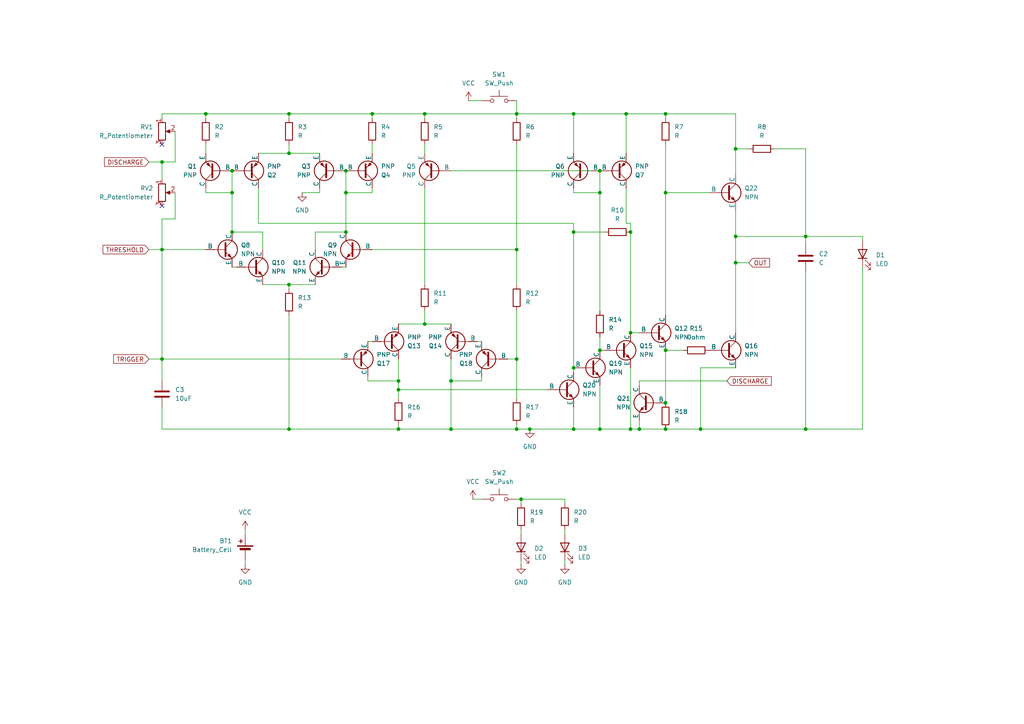
<source format=kicad_sch>
(kicad_sch (version 20250114) (generator "eeschema") (generator_version "9.0")
  (paper "A4")
  (lib_symbols
    (symbol "Device:Battery_Cell" (pin_numbers (hide yes)) (pin_names (offset 0) (hide yes))
      (property "Reference" "BT" (at 2.54 2.54 0))
      (property "Value" "Battery_Cell" (at 2.54 0 0))
      (symbol "Battery_Cell_0_1"
        (rectangle (start -2.286 1.778) (end 2.286 1.524) (fill (type outline)))
        (rectangle (start -1.524 1.016) (end 1.524 0.508) (fill (type outline)))
        (polyline (pts (xy 0 1.778) (xy 0 2.54)))
        (polyline (pts (xy 0 0.762) (xy 0 0)))
        (polyline (pts (xy 0.762 3.048) (xy 1.778 3.048)) (stroke (width 0.254)))
        (polyline (pts (xy 1.27 3.556) (xy 1.27 2.54)) (stroke (width 0.254)))
      )
      (symbol "Battery_Cell_1_1"
        (pin passive line (at 0 5.08 270) (length 2.54) (name "+") (number "1"))
        (pin passive line (at 0 -2.54 90) (length 2.54) (name "-") (number "2"))
      )
    )
    (symbol "Device:C" (pin_numbers (hide yes)) (pin_names (offset 0.254))
      (property "Reference" "C" (at 0.635 2.54 0))
      (property "Value" "C" (at 0.635 -2.54 0))
      (symbol "C_0_1"
        (polyline (pts (xy -2.032 0.762) (xy 2.032 0.762)) (stroke (width 0.508)))
        (polyline (pts (xy -2.032 -0.762) (xy 2.032 -0.762)) (stroke (width 0.508)))
      )
      (symbol "C_1_1"
        (pin passive line (at 0 3.81 270) (length 2.794) (name "~") (number "1"))
        (pin passive line (at 0 -3.81 90) (length 2.794) (name "~") (number "2"))
      )
    )
    (symbol "Device:LED" (pin_numbers (hide yes)) (pin_names (offset 1.016) (hide yes))
      (property "Reference" "D" (at 0 2.54 0))
      (property "Value" "LED" (at 0 -2.54 0))
      (symbol "LED_0_1"
        (polyline (pts (xy -3.048 -0.762) (xy -4.572 -2.286) (xy -3.81 -2.286) (xy -4.572 -2.286) (xy -4.572 -1.524)))
        (polyline (pts (xy -1.778 -0.762) (xy -3.302 -2.286) (xy -2.54 -2.286) (xy -3.302 -2.286) (xy -3.302 -1.524)))
        (polyline (pts (xy -1.27 0) (xy 1.27 0)))
        (polyline (pts (xy -1.27 -1.27) (xy -1.27 1.27)) (stroke (width 0.254)))
        (polyline (pts (xy 1.27 -1.27) (xy 1.27 1.27) (xy -1.27 0) (xy 1.27 -1.27)) (stroke (width 0.254)))
      )
      (symbol "LED_1_1"
        (pin passive line (at -3.81 0 0) (length 2.54) (name "K") (number "1"))
        (pin passive line (at 3.81 0 180) (length 2.54) (name "A") (number "2"))
      )
    )
    (symbol "Device:R" (pin_numbers (hide yes)) (pin_names (offset 0))
      (property "Reference" "R" (at 2.032 0 90))
      (property "Value" "R" (at 0 0 90))
      (symbol "R_0_1"
        (rectangle (start -1.016 -2.54) (end 1.016 2.54) (stroke (width 0.254)))
      )
      (symbol "R_1_1"
        (pin passive line (at 0 3.81 270) (length 1.27) (name "~") (number "1"))
        (pin passive line (at 0 -3.81 90) (length 1.27) (name "~") (number "2"))
      )
    )
    (symbol "Device:R_Potentiometer" (pin_names (offset 1.016) (hide yes))
      (property "Reference" "RV" (at -4.445 0 90))
      (property "Value" "R_Potentiometer" (at -2.54 0 90))
      (symbol "R_Potentiometer_0_1"
        (rectangle (start 1.016 2.54) (end -1.016 -2.54) (stroke (width 0.254)))
        (polyline (pts (xy 1.143 0) (xy 2.286 0.508) (xy 2.286 -0.508) (xy 1.143 0)) (fill (type outline)))
        (polyline (pts (xy 2.54 0) (xy 1.524 0)))
      )
      (symbol "R_Potentiometer_1_1"
        (pin passive line (at 0 3.81 270) (length 1.27) (name "1") (number "1"))
        (pin passive line (at 0 -3.81 90) (length 1.27) (name "3") (number "3"))
        (pin passive line (at 3.81 0 180) (length 1.27) (name "2") (number "2"))
      )
    )
    (symbol "Simulation_SPICE:NPN" (pin_numbers (hide yes)) (pin_names (offset 0))
      (property "Reference" "Q" (at -2.54 7.62 0))
      (property "Value" "NPN" (at -2.54 5.08 0))
      (symbol "NPN_0_1"
        (polyline (pts (xy -2.54 0) (xy 0.635 0)) (stroke (width 0.1524)))
        (polyline (pts (xy 0.635 1.905) (xy 0.635 -1.905) (xy 0.635 -1.905)) (stroke (width 0.508)))
        (polyline (pts (xy 0.635 0.635) (xy 2.54 2.54)))
        (polyline (pts (xy 0.635 -0.635) (xy 2.54 -2.54) (xy 2.54 -2.54)))
        (circle (center 1.27 0) (radius 2.8194) (stroke (width 0.254)))
        (polyline (pts (xy 1.27 -1.778) (xy 1.778 -1.27) (xy 2.286 -2.286) (xy 1.27 -1.778) (xy 1.27 -1.778)) (fill (type outline)))
        (polyline (pts (xy 2.794 -1.27) (xy 2.794 -1.27)) (stroke (width 0.1524)))
        (polyline (pts (xy 2.794 -1.27) (xy 2.794 -1.27)) (stroke (width 0.1524)))
      )
      (symbol "NPN_1_1"
        (pin input line (at -5.08 0 0) (length 2.54) (name "B") (number "2"))
        (pin open_collector line (at 2.54 5.08 270) (length 2.54) (name "C") (number "1"))
        (pin open_emitter line (at 2.54 -5.08 90) (length 2.54) (name "E") (number "3"))
      )
    )
    (symbol "Simulation_SPICE:PNP" (pin_numbers (hide yes)) (pin_names (offset 0))
      (property "Reference" "Q" (at -2.54 7.62 0))
      (property "Value" "PNP" (at -2.54 5.08 0))
      (symbol "PNP_0_1"
        (polyline (pts (xy -2.54 0) (xy 0.635 0)) (stroke (width 0.1524)))
        (polyline (pts (xy 0.635 1.905) (xy 0.635 -1.905) (xy 0.635 -1.905)) (stroke (width 0.508)))
        (polyline (pts (xy 0.635 0.635) (xy 2.54 2.54)))
        (polyline (pts (xy 0.635 -0.635) (xy 2.54 -2.54) (xy 2.54 -2.54)))
        (circle (center 1.27 0) (radius 2.8194) (stroke (width 0.254)))
        (polyline (pts (xy 2.286 -1.778) (xy 1.778 -2.286) (xy 1.27 -1.27) (xy 2.286 -1.778) (xy 2.286 -1.778)) (fill (type outline)))
      )
      (symbol "PNP_1_1"
        (pin input line (at -5.08 0 0) (length 2.54) (name "B") (number "2"))
        (pin open_collector line (at 2.54 5.08 270) (length 2.54) (name "C") (number "1"))
        (pin open_emitter line (at 2.54 -5.08 90) (length 2.54) (name "E") (number "3"))
      )
    )
    (symbol "Switch:SW_Push" (pin_numbers (hide yes)) (pin_names (offset 1.016) (hide yes))
      (property "Reference" "SW" (at 1.27 2.54 0))
      (property "Value" "SW_Push" (at 0 -1.524 0))
      (symbol "SW_Push_0_1"
        (circle (center -2.032 0) (radius 0.508))
        (polyline (pts (xy 0 1.27) (xy 0 3.048)))
        (circle (center 2.032 0) (radius 0.508))
        (polyline (pts (xy 2.54 1.27) (xy -2.54 1.27)))
        (pin passive line (at -5.08 0 0) (length 2.54) (name "1") (number "1"))
        (pin passive line (at 5.08 0 180) (length 2.54) (name "2") (number "2"))
      )
    )
    (symbol "power:GND" (power) (pin_numbers (hide yes)) (pin_names (offset 0) (hide yes))
      (property "Value" "GND" (at 0 -3.81 0))
      (symbol "GND_0_1"
        (polyline (pts (xy 0 0) (xy 0 -1.27) (xy 1.27 -1.27) (xy 0 -2.54) (xy -1.27 -1.27) (xy 0 -1.27)))
      )
      (symbol "GND_1_1"
        (pin power_in line (at 0 0 270) (length 0) (name "~") (number "1"))
      )
    )
    (symbol "power:VCC" (power) (pin_numbers (hide yes)) (pin_names (offset 0) (hide yes))
      (property "Value" "VCC" (at 0 3.556 0))
      (symbol "VCC_0_1"
        (polyline (pts (xy -0.762 1.27) (xy 0 2.54)))
        (polyline (pts (xy 0 2.54) (xy 0.762 1.27)))
        (polyline (pts (xy 0 0) (xy 0 2.54)))
      )
      (symbol "VCC_1_1"
        (pin power_in line (at 0 0 90) (length 0) (name "~") (number "1"))
      )
    )
  )
  (junction (at 193.04 116.84))
  (junction (at 193.04 55.88))
  (junction (at 149.86 72.39))
  (junction (at 59.69 33.02))
  (junction (at 193.04 124.46))
  (junction (at 149.86 33.02))
  (junction (at 182.88 124.46))
  (junction (at 149.86 104.14))
  (junction (at 151.13 144.78))
  (junction (at 46.99 104.14))
  (junction (at 173.99 55.88))
  (junction (at 67.31 67.31))
  (junction (at 213.36 76.2))
  (junction (at 213.36 43.18))
  (junction (at 67.31 55.88))
  (junction (at 233.68 68.58))
  (junction (at 181.61 33.02))
  (junction (at 46.99 72.39))
  (junction (at 100.33 49.53))
  (junction (at 123.19 93.98))
  (junction (at 123.19 33.02))
  (junction (at 173.99 101.6))
  (junction (at 173.99 49.53))
  (junction (at 166.37 124.46))
  (junction (at 193.04 101.6))
  (junction (at 153.67 124.46))
  (junction (at 173.99 124.46))
  (junction (at 130.81 110.49))
  (junction (at 149.86 124.46))
  (junction (at 166.37 33.02))
  (junction (at 130.81 124.46))
  (junction (at 115.57 113.03))
  (junction (at 182.88 96.52))
  (junction (at 182.88 67.31))
  (junction (at 166.37 106.68))
  (junction (at 115.57 124.46))
  (junction (at 67.31 49.53))
  (junction (at 203.2 124.46))
  (junction (at 185.42 124.46))
  (junction (at 193.04 33.02))
  (junction (at 213.36 68.58))
  (junction (at 83.82 44.45))
  (junction (at 46.99 46.99))
  (junction (at 83.82 124.46))
  (junction (at 83.82 82.55))
  (junction (at 166.37 67.31))
  (junction (at 115.57 110.49))
  (junction (at 100.33 55.88))
  (junction (at 233.68 124.46))
  (junction (at 100.33 67.31))
  (junction (at 83.82 33.02))
  (junction (at 107.95 33.02))
  (no_connect (at 46.99 59.69))
  (no_connect (at 46.99 41.91))
  (wire (pts (xy 149.86 29.21) (xy 149.86 33.02)))
  (wire (pts (xy 185.42 121.92) (xy 185.42 124.46)))
  (wire (pts (xy 43.18 72.39) (xy 46.99 72.39)))
  (wire (pts (xy 193.04 33.02) (xy 193.04 34.29)))
  (wire (pts (xy 107.95 33.02) (xy 107.95 34.29)))
  (wire (pts (xy 123.19 90.17) (xy 123.19 93.98)))
  (wire (pts (xy 166.37 33.02) (xy 181.61 33.02)))
  (wire (pts (xy 203.2 106.68) (xy 203.2 124.46)))
  (wire (pts (xy 83.82 34.29) (xy 83.82 33.02)))
  (wire (pts (xy 233.68 43.18) (xy 224.79 43.18)))
  (wire (pts (xy 151.13 153.67) (xy 151.13 154.94)))
  (wire (pts (xy 139.7 109.22) (xy 139.7 110.49)))
  (wire (pts (xy 115.57 110.49) (xy 115.57 104.14)))
  (wire (pts (xy 250.19 77.47) (xy 250.19 124.46)))
  (wire (pts (xy 91.44 67.31) (xy 100.33 67.31)))
  (wire (pts (xy 123.19 34.29) (xy 123.19 33.02)))
  (wire (pts (xy 137.16 144.78) (xy 139.7 144.78)))
  (wire (pts (xy 193.04 101.6) (xy 198.12 101.6)))
  (wire (pts (xy 46.99 46.99) (xy 46.99 52.07)))
  (wire (pts (xy 163.83 144.78) (xy 151.13 144.78)))
  (wire (pts (xy 151.13 162.56) (xy 151.13 163.83)))
  (wire (pts (xy 83.82 124.46) (xy 115.57 124.46)))
  (wire (pts (xy 149.86 33.02) (xy 149.86 34.29)))
  (wire (pts (xy 46.99 33.02) (xy 59.69 33.02)))
  (wire (pts (xy 67.31 77.47) (xy 68.58 77.47)))
  (wire (pts (xy 74.93 64.77) (xy 74.93 54.61)))
  (wire (pts (xy 173.99 111.76) (xy 173.99 124.46)))
  (wire (pts (xy 130.81 49.53) (xy 173.99 49.53)))
  (wire (pts (xy 233.68 78.74) (xy 233.68 124.46)))
  (wire (pts (xy 182.88 96.52) (xy 182.88 67.31)))
  (wire (pts (xy 71.12 162.56) (xy 71.12 163.83)))
  (wire (pts (xy 149.86 124.46) (xy 153.67 124.46)))
  (wire (pts (xy 50.8 63.5) (xy 46.99 63.5)))
  (wire (pts (xy 233.68 124.46) (xy 250.19 124.46)))
  (wire (pts (xy 149.86 33.02) (xy 166.37 33.02)))
  (wire (pts (xy 115.57 113.03) (xy 158.75 113.03)))
  (wire (pts (xy 130.81 110.49) (xy 130.81 124.46)))
  (wire (pts (xy 166.37 55.88) (xy 166.37 54.61)))
  (wire (pts (xy 83.82 82.55) (xy 91.44 82.55)))
  (wire (pts (xy 181.61 64.77) (xy 181.61 54.61)))
  (wire (pts (xy 76.2 67.31) (xy 67.31 67.31)))
  (wire (pts (xy 213.36 68.58) (xy 213.36 76.2)))
  (wire (pts (xy 149.86 90.17) (xy 149.86 104.14)))
  (wire (pts (xy 91.44 72.39) (xy 91.44 67.31)))
  (wire (pts (xy 43.18 46.99) (xy 46.99 46.99)))
  (wire (pts (xy 59.69 33.02) (xy 83.82 33.02)))
  (wire (pts (xy 46.99 104.14) (xy 46.99 110.49)))
  (wire (pts (xy 50.8 55.88) (xy 50.8 63.5)))
  (wire (pts (xy 213.36 96.52) (xy 213.36 76.2)))
  (wire (pts (xy 213.36 43.18) (xy 213.36 50.8)))
  (wire (pts (xy 59.69 41.91) (xy 59.69 44.45)))
  (wire (pts (xy 59.69 55.88) (xy 59.69 54.61)))
  (wire (pts (xy 182.88 96.52) (xy 185.42 96.52)))
  (wire (pts (xy 76.2 72.39) (xy 76.2 67.31)))
  (wire (pts (xy 71.12 153.67) (xy 71.12 154.94)))
  (wire (pts (xy 173.99 97.79) (xy 173.99 101.6)))
  (wire (pts (xy 46.99 72.39) (xy 46.99 104.14)))
  (wire (pts (xy 213.36 33.02) (xy 213.36 43.18)))
  (wire (pts (xy 107.95 33.02) (xy 123.19 33.02)))
  (wire (pts (xy 149.86 104.14) (xy 147.32 104.14)))
  (wire (pts (xy 139.7 99.06) (xy 138.43 99.06)))
  (wire (pts (xy 74.93 44.45) (xy 83.82 44.45)))
  (wire (pts (xy 106.68 99.06) (xy 107.95 99.06)))
  (wire (pts (xy 135.89 29.21) (xy 139.7 29.21)))
  (wire (pts (xy 166.37 67.31) (xy 166.37 106.68)))
  (wire (pts (xy 100.33 49.53) (xy 100.33 55.88)))
  (wire (pts (xy 123.19 54.61) (xy 123.19 82.55)))
  (wire (pts (xy 185.42 124.46) (xy 193.04 124.46)))
  (wire (pts (xy 182.88 67.31) (xy 182.88 64.77)))
  (wire (pts (xy 46.99 104.14) (xy 99.06 104.14)))
  (wire (pts (xy 83.82 91.44) (xy 83.82 124.46)))
  (wire (pts (xy 153.67 124.46) (xy 166.37 124.46)))
  (wire (pts (xy 50.8 46.99) (xy 46.99 46.99)))
  (wire (pts (xy 250.19 68.58) (xy 233.68 68.58)))
  (wire (pts (xy 107.95 41.91) (xy 107.95 44.45)))
  (wire (pts (xy 107.95 72.39) (xy 149.86 72.39)))
  (wire (pts (xy 166.37 64.77) (xy 166.37 67.31)))
  (wire (pts (xy 115.57 110.49) (xy 115.57 113.03)))
  (wire (pts (xy 193.04 101.6) (xy 193.04 116.84)))
  (wire (pts (xy 233.68 68.58) (xy 233.68 71.12)))
  (wire (pts (xy 130.81 124.46) (xy 149.86 124.46)))
  (wire (pts (xy 115.57 113.03) (xy 115.57 115.57)))
  (wire (pts (xy 233.68 43.18) (xy 233.68 68.58)))
  (wire (pts (xy 83.82 33.02) (xy 107.95 33.02)))
  (wire (pts (xy 149.86 124.46) (xy 149.86 123.19)))
  (wire (pts (xy 181.61 33.02) (xy 181.61 44.45)))
  (wire (pts (xy 166.37 118.11) (xy 166.37 124.46)))
  (wire (pts (xy 185.42 110.49) (xy 210.82 110.49)))
  (wire (pts (xy 163.83 146.05) (xy 163.83 144.78)))
  (wire (pts (xy 46.99 63.5) (xy 46.99 72.39)))
  (wire (pts (xy 46.99 124.46) (xy 46.99 118.11)))
  (wire (pts (xy 59.69 33.02) (xy 59.69 34.29)))
  (wire (pts (xy 83.82 41.91) (xy 83.82 44.45)))
  (wire (pts (xy 205.74 55.88) (xy 193.04 55.88)))
  (wire (pts (xy 149.86 82.55) (xy 149.86 72.39)))
  (wire (pts (xy 83.82 44.45) (xy 92.71 44.45)))
  (wire (pts (xy 106.68 110.49) (xy 115.57 110.49)))
  (wire (pts (xy 130.81 104.14) (xy 130.81 110.49)))
  (wire (pts (xy 130.81 110.49) (xy 139.7 110.49)))
  (wire (pts (xy 83.82 82.55) (xy 83.82 83.82)))
  (wire (pts (xy 67.31 49.53) (xy 67.31 55.88)))
  (wire (pts (xy 100.33 77.47) (xy 99.06 77.47)))
  (wire (pts (xy 74.93 64.77) (xy 166.37 64.77)))
  (wire (pts (xy 182.88 124.46) (xy 173.99 124.46)))
  (wire (pts (xy 185.42 110.49) (xy 185.42 111.76)))
  (wire (pts (xy 100.33 55.88) (xy 100.33 67.31)))
  (wire (pts (xy 166.37 44.45) (xy 166.37 33.02)))
  (wire (pts (xy 193.04 124.46) (xy 203.2 124.46)))
  (wire (pts (xy 163.83 162.56) (xy 163.83 163.83)))
  (wire (pts (xy 92.71 55.88) (xy 92.71 54.61)))
  (wire (pts (xy 115.57 93.98) (xy 123.19 93.98)))
  (wire (pts (xy 213.36 106.68) (xy 203.2 106.68)))
  (wire (pts (xy 173.99 55.88) (xy 166.37 55.88)))
  (wire (pts (xy 166.37 106.68) (xy 166.37 107.95)))
  (wire (pts (xy 203.2 124.46) (xy 233.68 124.46)))
  (wire (pts (xy 76.2 82.55) (xy 83.82 82.55)))
  (wire (pts (xy 130.81 124.46) (xy 115.57 124.46)))
  (wire (pts (xy 123.19 93.98) (xy 130.81 93.98)))
  (wire (pts (xy 107.95 54.61) (xy 107.95 55.88)))
  (wire (pts (xy 59.69 55.88) (xy 67.31 55.88)))
  (wire (pts (xy 217.17 76.2) (xy 213.36 76.2)))
  (wire (pts (xy 50.8 38.1) (xy 50.8 46.99)))
  (wire (pts (xy 149.86 144.78) (xy 151.13 144.78)))
  (wire (pts (xy 106.68 109.22) (xy 106.68 110.49)))
  (wire (pts (xy 173.99 101.6) (xy 175.26 101.6)))
  (wire (pts (xy 217.17 43.18) (xy 213.36 43.18)))
  (wire (pts (xy 83.82 124.46) (xy 46.99 124.46)))
  (wire (pts (xy 213.36 33.02) (xy 193.04 33.02)))
  (wire (pts (xy 181.61 33.02) (xy 193.04 33.02)))
  (wire (pts (xy 46.99 72.39) (xy 59.69 72.39)))
  (wire (pts (xy 87.63 55.88) (xy 92.71 55.88)))
  (wire (pts (xy 115.57 124.46) (xy 115.57 123.19)))
  (wire (pts (xy 182.88 64.77) (xy 181.61 64.77)))
  (wire (pts (xy 182.88 106.68) (xy 182.88 124.46)))
  (wire (pts (xy 151.13 144.78) (xy 151.13 146.05)))
  (wire (pts (xy 123.19 33.02) (xy 149.86 33.02)))
  (wire (pts (xy 166.37 67.31) (xy 175.26 67.31)))
  (wire (pts (xy 193.04 55.88) (xy 193.04 91.44)))
  (wire (pts (xy 123.19 41.91) (xy 123.19 44.45)))
  (wire (pts (xy 149.86 115.57) (xy 149.86 104.14)))
  (wire (pts (xy 213.36 60.96) (xy 213.36 68.58)))
  (wire (pts (xy 250.19 69.85) (xy 250.19 68.58)))
  (wire (pts (xy 213.36 68.58) (xy 233.68 68.58)))
  (wire (pts (xy 182.88 124.46) (xy 185.42 124.46)))
  (wire (pts (xy 107.95 55.88) (xy 100.33 55.88)))
  (wire (pts (xy 46.99 34.29) (xy 46.99 33.02)))
  (wire (pts (xy 173.99 55.88) (xy 173.99 90.17)))
  (wire (pts (xy 173.99 49.53) (xy 173.99 55.88)))
  (wire (pts (xy 163.83 154.94) (xy 163.83 153.67)))
  (wire (pts (xy 173.99 124.46) (xy 166.37 124.46)))
  (wire (pts (xy 67.31 55.88) (xy 67.31 67.31)))
  (wire (pts (xy 149.86 72.39) (xy 149.86 41.91)))
  (wire (pts (xy 193.04 41.91) (xy 193.04 55.88)))
  (wire (pts (xy 43.18 104.14) (xy 46.99 104.14)))
  (global_label "THRESHOLD" (shape input) (at 43.18 72.39 180) (property "Intersheetrefs" "${INTERSHEET_REFS}" (effects (hide yes))))
  (global_label "OUT" (shape input) (at 217.17 76.2 0) (property "Intersheetrefs" "${INTERSHEET_REFS}" (effects (hide yes))))
  (global_label "DISCHARGE" (shape input) (at 210.82 110.49 0) (property "Intersheetrefs" "${INTERSHEET_REFS}" (effects (hide yes))))
  (global_label "DISCHARGE" (shape input) (at 43.18 46.99 180) (property "Intersheetrefs" "${INTERSHEET_REFS}" (effects (hide yes))))
  (global_label "TRIGGER" (shape input) (at 43.18 104.14 180) (property "Intersheetrefs" "${INTERSHEET_REFS}" (effects (hide yes))))
  (symbol (lib_id "Device:R") (at 149.86 119.38 0) (unit 1)
    (property "Reference" "R17" (at 152.4 118.1099 0) (effects (justify left)))
    (property "Value" "R" (at 152.4 120.6499 0) (effects (justify left)))
    (property "Footprint" "Resistor_THT:R_Axial_DIN0207_L6.3mm_D2.5mm_P7.62mm_Horizontal" (effects (hide yes)))
    (property "Description" "Resistor" (effects (hide yes)))
  )
  (symbol (lib_id "Device:R") (at 149.86 86.36 0) (unit 1)
    (property "Reference" "R12" (at 152.4 85.0899 0) (effects (justify left)))
    (property "Value" "R" (at 152.4 87.6299 0) (effects (justify left)))
    (property "Footprint" "Resistor_THT:R_Axial_DIN0207_L6.3mm_D2.5mm_P7.62mm_Horizontal" (effects (hide yes)))
    (property "Description" "Resistor" (effects (hide yes)))
  )
  (symbol (lib_id "Simulation_SPICE:NPN") (at 210.82 101.6 0) (unit 1)
    (property "Reference" "Q16" (at 215.9 100.3299 0) (effects (justify left)))
    (property "Value" "NPN" (at 215.9 102.8699 0) (effects (justify left)))
    (property "Footprint" "Package_TO_SOT_THT:TO-92L_HandSolder" (effects (hide yes)))
    (property "Datasheet" "https://ngspice.sourceforge.io/docs/ngspice-html-manual/manual.xhtml#cha_BJTs" (effects (hide yes)))
    (property "Description" "Bipolar transistor symbol for simulation only, substrate tied to the emitter" (effects (hide yes)))
    (property "Sim.Device" "NPN" (effects (hide yes)))
    (property "Sim.Type" "GUMMELPOON" (effects (hide yes)))
    (property "Sim.Pins" "1=C 2=B 3=E" (effects (hide yes)))
  )
  (symbol (lib_id "Device:R") (at 115.57 119.38 0) (unit 1)
    (property "Reference" "R16" (at 118.11 118.1099 0) (effects (justify left)))
    (property "Value" "R" (at 118.11 120.6499 0) (effects (justify left)))
    (property "Footprint" "Resistor_THT:R_Axial_DIN0207_L6.3mm_D2.5mm_P7.62mm_Horizontal" (effects (hide yes)))
    (property "Description" "Resistor" (effects (hide yes)))
  )
  (symbol (lib_id "Device:R") (at 123.19 86.36 0) (unit 1)
    (property "Reference" "R11" (at 125.73 85.0899 0) (effects (justify left)))
    (property "Value" "R" (at 125.73 87.6299 0) (effects (justify left)))
    (property "Footprint" "Resistor_THT:R_Axial_DIN0207_L6.3mm_D2.5mm_P7.62mm_Horizontal" (effects (hide yes)))
    (property "Description" "Resistor" (effects (hide yes)))
  )
  (symbol (lib_id "Device:C") (at 233.68 74.93 180) (unit 1)
    (property "Reference" "C2" (at 237.49 73.6599 0) (effects (justify right)))
    (property "Value" "C" (at 237.49 76.1999 0) (effects (justify right)))
    (property "Footprint" "Capacitor_THT:CP_Radial_D8.0mm_P5.00mm" (effects (hide yes)))
    (property "Description" "Unpolarized capacitor" (effects (hide yes)))
  )
  (symbol (lib_id "Simulation_SPICE:PNP") (at 133.35 99.06 180) (unit 1)
    (property "Reference" "Q14" (at 128.27 100.3301 0) (effects (justify left)))
    (property "Value" "PNP" (at 128.27 97.7901 0) (effects (justify left)))
    (property "Footprint" "Package_TO_SOT_THT:TO-92L_HandSolder" (effects (hide yes)))
    (property "Datasheet" "https://ngspice.sourceforge.io/docs/ngspice-html-manual/manual.xhtml#cha_BJTs" (effects (hide yes)))
    (property "Description" "Bipolar transistor symbol for simulation only, substrate tied to the emitter" (effects (hide yes)))
    (property "Sim.Device" "PNP" (effects (hide yes)))
    (property "Sim.Type" "GUMMELPOON" (effects (hide yes)))
    (property "Sim.Pins" "1=C 2=B 3=E" (effects (hide yes)))
  )
  (symbol (lib_id "Simulation_SPICE:PNP") (at 104.14 104.14 0) (mirror x) (unit 1)
    (property "Reference" "Q17" (at 109.22 105.4101 0) (effects (justify left)))
    (property "Value" "PNP" (at 109.22 102.8701 0) (effects (justify left)))
    (property "Footprint" "Package_TO_SOT_THT:TO-92L_HandSolder" (effects (hide yes)))
    (property "Datasheet" "https://ngspice.sourceforge.io/docs/ngspice-html-manual/manual.xhtml#cha_BJTs" (effects (hide yes)))
    (property "Description" "Bipolar transistor symbol for simulation only, substrate tied to the emitter" (effects (hide yes)))
    (property "Sim.Device" "PNP" (effects (hide yes)))
    (property "Sim.Type" "GUMMELPOON" (effects (hide yes)))
    (property "Sim.Pins" "1=C 2=B 3=E" (effects (hide yes)))
  )
  (symbol (lib_id "Device:R") (at 193.04 38.1 180) (unit 1)
    (property "Reference" "R7" (at 195.58 36.8299 0) (effects (justify right)))
    (property "Value" "R" (at 195.58 39.3699 0) (effects (justify right)))
    (property "Footprint" "Resistor_THT:R_Axial_DIN0207_L6.3mm_D2.5mm_P7.62mm_Horizontal" (effects (hide yes)))
    (property "Description" "Resistor" (effects (hide yes)))
  )
  (symbol (lib_id "Device:C") (at 46.99 114.3 0) (unit 1)
    (property "Reference" "C3" (at 50.8 113.0299 0) (effects (justify left)))
    (property "Value" "10uF" (at 50.8 115.5699 0) (effects (justify left)))
    (property "Footprint" "Capacitor_THT:CP_Radial_D8.0mm_P5.00mm" (effects (hide yes)))
    (property "Description" "Unpolarized capacitor" (effects (hide yes)))
  )
  (symbol (lib_id "Device:R") (at 193.04 120.65 0) (unit 1)
    (property "Reference" "R18" (at 195.58 119.3799 0) (effects (justify left)))
    (property "Value" "R" (at 195.58 121.9199 0) (effects (justify left)))
    (property "Footprint" "Resistor_THT:R_Axial_DIN0207_L6.3mm_D2.5mm_P7.62mm_Horizontal" (effects (hide yes)))
    (property "Description" "Resistor" (effects (hide yes)))
  )
  (symbol (lib_id "Simulation_SPICE:NPN") (at 190.5 96.52 0) (unit 1)
    (property "Reference" "Q12" (at 195.58 95.2499 0) (effects (justify left)))
    (property "Value" "NPN" (at 195.58 97.7899 0) (effects (justify left)))
    (property "Footprint" "Package_TO_SOT_THT:TO-92L_HandSolder" (effects (hide yes)))
    (property "Datasheet" "https://ngspice.sourceforge.io/docs/ngspice-html-manual/manual.xhtml#cha_BJTs" (effects (hide yes)))
    (property "Description" "Bipolar transistor symbol for simulation only, substrate tied to the emitter" (effects (hide yes)))
    (property "Sim.Device" "NPN" (effects (hide yes)))
    (property "Sim.Type" "GUMMELPOON" (effects (hide yes)))
    (property "Sim.Pins" "1=C 2=B 3=E" (effects (hide yes)))
  )
  (symbol (lib_id "power:VCC") (at 71.12 153.67 0) (unit 1)
    (property "Reference" "#PWR05" (effects (hide yes)))
    (property "Value" "VCC" (at 71.12 148.59 0))
    (property "Description" "Power symbol creates a global label with name \"VCC\"" (effects (hide yes)))
  )
  (symbol (lib_id "Device:R") (at 163.83 149.86 0) (unit 1)
    (property "Reference" "R20" (at 166.37 148.5899 0) (effects (justify left)))
    (property "Value" "R" (at 166.37 151.1299 0) (effects (justify left)))
    (property "Footprint" "Resistor_THT:R_Axial_DIN0207_L6.3mm_D2.5mm_P7.62mm_Horizontal" (effects (hide yes)))
    (property "Description" "Resistor" (effects (hide yes)))
  )
  (symbol (lib_id "Device:R") (at 83.82 87.63 0) (unit 1)
    (property "Reference" "R13" (at 86.36 86.3599 0) (effects (justify left)))
    (property "Value" "R" (at 86.36 88.8999 0) (effects (justify left)))
    (property "Footprint" "Resistor_THT:R_Axial_DIN0207_L6.3mm_D2.5mm_P7.62mm_Horizontal" (effects (hide yes)))
    (property "Description" "Resistor" (effects (hide yes)))
  )
  (symbol (lib_id "Simulation_SPICE:NPN") (at 73.66 77.47 0) (unit 1)
    (property "Reference" "Q10" (at 78.74 76.1999 0) (effects (justify left)))
    (property "Value" "NPN" (at 78.74 78.7399 0) (effects (justify left)))
    (property "Footprint" "Package_TO_SOT_THT:TO-92L_HandSolder" (effects (hide yes)))
    (property "Datasheet" "https://ngspice.sourceforge.io/docs/ngspice-html-manual/manual.xhtml#cha_BJTs" (effects (hide yes)))
    (property "Description" "Bipolar transistor symbol for simulation only, substrate tied to the emitter" (effects (hide yes)))
    (property "Sim.Device" "NPN" (effects (hide yes)))
    (property "Sim.Type" "GUMMELPOON" (effects (hide yes)))
    (property "Sim.Pins" "1=C 2=B 3=E" (effects (hide yes)))
  )
  (symbol (lib_id "Device:R_Potentiometer") (at 46.99 55.88 0) (unit 1)
    (property "Reference" "RV2" (at 44.45 54.6099 0) (effects (justify right)))
    (property "Value" "R_Potentiometer" (at 44.45 57.1499 0) (effects (justify right)))
    (property "Footprint" "Potentiometer_THT:Potentiometer_Runtron_RM-065_Vertical" (effects (hide yes)))
    (property "Description" "Potentiometer" (effects (hide yes)))
  )
  (symbol (lib_id "power:GND") (at 163.83 163.83 0) (unit 1)
    (property "Reference" "#PWR08" (effects (hide yes)))
    (property "Value" "GND" (at 163.83 168.91 0))
    (property "Description" "Power symbol creates a global label with name \"GND\" , ground" (effects (hide yes)))
  )
  (symbol (lib_id "Device:R") (at 123.19 38.1 0) (unit 1)
    (property "Reference" "R5" (at 125.73 36.8299 0) (effects (justify left)))
    (property "Value" "R" (at 125.73 39.3699 0) (effects (justify left)))
    (property "Footprint" "Resistor_THT:R_Axial_DIN0207_L6.3mm_D2.5mm_P7.62mm_Horizontal" (effects (hide yes)))
    (property "Description" "Resistor" (effects (hide yes)))
  )
  (symbol (lib_id "Device:R") (at 59.69 38.1 0) (unit 1)
    (property "Reference" "R2" (at 62.23 36.8299 0) (effects (justify left)))
    (property "Value" "R" (at 62.23 39.3699 0) (effects (justify left)))
    (property "Footprint" "Resistor_THT:R_Axial_DIN0207_L6.3mm_D2.5mm_P7.62mm_Horizontal" (effects (hide yes)))
    (property "Description" "Resistor" (effects (hide yes)))
  )
  (symbol (lib_id "Device:R") (at 173.99 93.98 0) (unit 1)
    (property "Reference" "R14" (at 176.53 92.7099 0) (effects (justify left)))
    (property "Value" "R" (at 176.53 95.2499 0) (effects (justify left)))
    (property "Footprint" "Resistor_THT:R_Axial_DIN0207_L6.3mm_D2.5mm_P7.62mm_Horizontal" (effects (hide yes)))
    (property "Description" "Resistor" (effects (hide yes)))
  )
  (symbol (lib_id "Simulation_SPICE:NPN") (at 180.34 101.6 0) (unit 1)
    (property "Reference" "Q15" (at 185.42 100.3299 0) (effects (justify left)))
    (property "Value" "NPN" (at 185.42 102.8699 0) (effects (justify left)))
    (property "Footprint" "Package_TO_SOT_THT:TO-92L_HandSolder" (effects (hide yes)))
    (property "Datasheet" "https://ngspice.sourceforge.io/docs/ngspice-html-manual/manual.xhtml#cha_BJTs" (effects (hide yes)))
    (property "Description" "Bipolar transistor symbol for simulation only, substrate tied to the emitter" (effects (hide yes)))
    (property "Sim.Device" "NPN" (effects (hide yes)))
    (property "Sim.Type" "GUMMELPOON" (effects (hide yes)))
    (property "Sim.Pins" "1=C 2=B 3=E" (effects (hide yes)))
  )
  (symbol (lib_id "Switch:SW_Push") (at 144.78 144.78 0) (unit 1)
    (property "Reference" "SW2" (at 144.78 137.16 0))
    (property "Value" "SW_Push" (at 144.78 139.7 0))
    (property "Footprint" "Button_Switch_THT:SW_PUSH_6mm" (effects (hide yes)))
    (property "Description" "Push button switch, generic, two pins" (effects (hide yes)))
  )
  (symbol (lib_id "Simulation_SPICE:PNP") (at 142.24 104.14 180) (unit 1)
    (property "Reference" "Q18" (at 137.16 105.4101 0) (effects (justify left)))
    (property "Value" "PNP" (at 137.16 102.8701 0) (effects (justify left)))
    (property "Footprint" "Package_TO_SOT_THT:TO-92L_HandSolder" (effects (hide yes)))
    (property "Datasheet" "https://ngspice.sourceforge.io/docs/ngspice-html-manual/manual.xhtml#cha_BJTs" (effects (hide yes)))
    (property "Description" "Bipolar transistor symbol for simulation only, substrate tied to the emitter" (effects (hide yes)))
    (property "Sim.Device" "PNP" (effects (hide yes)))
    (property "Sim.Type" "GUMMELPOON" (effects (hide yes)))
    (property "Sim.Pins" "1=C 2=B 3=E" (effects (hide yes)))
  )
  (symbol (lib_id "power:GND") (at 151.13 163.83 0) (unit 1)
    (property "Reference" "#PWR07" (effects (hide yes)))
    (property "Value" "GND" (at 151.13 168.91 0))
    (property "Description" "Power symbol creates a global label with name \"GND\" , ground" (effects (hide yes)))
  )
  (symbol (lib_id "Simulation_SPICE:PNP") (at 168.91 49.53 180) (unit 1)
    (property "Reference" "Q6" (at 163.83 48.2599 0) (effects (justify left)))
    (property "Value" "PNP" (at 163.83 50.7999 0) (effects (justify left)))
    (property "Footprint" "Package_TO_SOT_THT:TO-92L_HandSolder" (effects (hide yes)))
    (property "Datasheet" "https://ngspice.sourceforge.io/docs/ngspice-html-manual/manual.xhtml#cha_BJTs" (effects (hide yes)))
    (property "Description" "Bipolar transistor symbol for simulation only, substrate tied to the emitter" (effects (hide yes)))
    (property "Sim.Device" "PNP" (effects (hide yes)))
    (property "Sim.Type" "GUMMELPOON" (effects (hide yes)))
    (property "Sim.Pins" "1=C 2=B 3=E" (effects (hide yes)))
  )
  (symbol (lib_id "Simulation_SPICE:PNP") (at 62.23 49.53 180) (unit 1)
    (property "Reference" "Q1" (at 57.15 48.2599 0) (effects (justify left)))
    (property "Value" "PNP" (at 57.15 50.7999 0) (effects (justify left)))
    (property "Footprint" "Package_TO_SOT_THT:TO-92L_HandSolder" (effects (hide yes)))
    (property "Datasheet" "https://ngspice.sourceforge.io/docs/ngspice-html-manual/manual.xhtml#cha_BJTs" (effects (hide yes)))
    (property "Description" "Bipolar transistor symbol for simulation only, substrate tied to the emitter" (effects (hide yes)))
    (property "Sim.Device" "PNP" (effects (hide yes)))
    (property "Sim.Type" "GUMMELPOON" (effects (hide yes)))
    (property "Sim.Pins" "1=C 2=B 3=E" (effects (hide yes)))
  )
  (symbol (lib_id "Device:LED") (at 151.13 158.75 90) (unit 1)
    (property "Reference" "D2" (at 154.94 159.0674 90) (effects (justify right)))
    (property "Value" "LED" (at 154.94 161.6074 90) (effects (justify right)))
    (property "Footprint" "LED_THT:LED_D3.0mm" (effects (hide yes)))
    (property "Description" "Light emitting diode" (effects (hide yes)))
    (property "Sim.Pins" "1=K 2=A" (effects (hide yes)))
  )
  (symbol (lib_id "Device:LED") (at 163.83 158.75 90) (unit 1)
    (property "Reference" "D3" (at 167.64 159.0674 90) (effects (justify right)))
    (property "Value" "LED" (at 167.64 161.6074 90) (effects (justify right)))
    (property "Footprint" "LED_THT:LED_D3.0mm" (effects (hide yes)))
    (property "Description" "Light emitting diode" (effects (hide yes)))
    (property "Sim.Pins" "1=K 2=A" (effects (hide yes)))
  )
  (symbol (lib_id "Simulation_SPICE:PNP") (at 179.07 49.53 0) (mirror x) (unit 1)
    (property "Reference" "Q7" (at 184.15 50.8001 0) (effects (justify left)))
    (property "Value" "PNP" (at 184.15 48.2601 0) (effects (justify left)))
    (property "Footprint" "Package_TO_SOT_THT:TO-92L_HandSolder" (effects (hide yes)))
    (property "Datasheet" "https://ngspice.sourceforge.io/docs/ngspice-html-manual/manual.xhtml#cha_BJTs" (effects (hide yes)))
    (property "Description" "Bipolar transistor symbol for simulation only, substrate tied to the emitter" (effects (hide yes)))
    (property "Sim.Device" "PNP" (effects (hide yes)))
    (property "Sim.Type" "GUMMELPOON" (effects (hide yes)))
    (property "Sim.Pins" "1=C 2=B 3=E" (effects (hide yes)))
  )
  (symbol (lib_id "Simulation_SPICE:PNP") (at 95.25 49.53 180) (unit 1)
    (property "Reference" "Q3" (at 90.17 48.2599 0) (effects (justify left)))
    (property "Value" "PNP" (at 90.17 50.7999 0) (effects (justify left)))
    (property "Footprint" "Package_TO_SOT_THT:TO-92L_HandSolder" (effects (hide yes)))
    (property "Datasheet" "https://ngspice.sourceforge.io/docs/ngspice-html-manual/manual.xhtml#cha_BJTs" (effects (hide yes)))
    (property "Description" "Bipolar transistor symbol for simulation only, substrate tied to the emitter" (effects (hide yes)))
    (property "Sim.Device" "PNP" (effects (hide yes)))
    (property "Sim.Type" "GUMMELPOON" (effects (hide yes)))
    (property "Sim.Pins" "1=C 2=B 3=E" (effects (hide yes)))
  )
  (symbol (lib_id "Simulation_SPICE:PNP") (at 125.73 49.53 180) (unit 1)
    (property "Reference" "Q5" (at 120.65 48.2599 0) (effects (justify left)))
    (property "Value" "PNP" (at 120.65 50.7999 0) (effects (justify left)))
    (property "Footprint" "Package_TO_SOT_THT:TO-92L_HandSolder" (effects (hide yes)))
    (property "Datasheet" "https://ngspice.sourceforge.io/docs/ngspice-html-manual/manual.xhtml#cha_BJTs" (effects (hide yes)))
    (property "Description" "Bipolar transistor symbol for simulation only, substrate tied to the emitter" (effects (hide yes)))
    (property "Sim.Device" "PNP" (effects (hide yes)))
    (property "Sim.Type" "GUMMELPOON" (effects (hide yes)))
    (property "Sim.Pins" "1=C 2=B 3=E" (effects (hide yes)))
  )
  (symbol (lib_id "power:GND") (at 71.12 163.83 0) (unit 1)
    (property "Reference" "#PWR06" (effects (hide yes)))
    (property "Value" "GND" (at 71.12 168.91 0))
    (property "Description" "Power symbol creates a global label with name \"GND\" , ground" (effects (hide yes)))
  )
  (symbol (lib_id "Simulation_SPICE:NPN") (at 102.87 72.39 0) (mirror y) (unit 1)
    (property "Reference" "Q9" (at 97.79 71.1199 0) (effects (justify left)))
    (property "Value" "NPN" (at 97.79 73.6599 0) (effects (justify left)))
    (property "Footprint" "Package_TO_SOT_THT:TO-92L_HandSolder" (effects (hide yes)))
    (property "Datasheet" "https://ngspice.sourceforge.io/docs/ngspice-html-manual/manual.xhtml#cha_BJTs" (effects (hide yes)))
    (property "Description" "Bipolar transistor symbol for simulation only, substrate tied to the emitter" (effects (hide yes)))
    (property "Sim.Device" "NPN" (effects (hide yes)))
    (property "Sim.Type" "GUMMELPOON" (effects (hide yes)))
    (property "Sim.Pins" "1=C 2=B 3=E" (effects (hide yes)))
  )
  (symbol (lib_id "power:GND") (at 87.63 55.88 0) (unit 1)
    (property "Reference" "#PWR02" (effects (hide yes)))
    (property "Value" "GND" (at 87.63 60.96 0))
    (property "Description" "Power symbol creates a global label with name \"GND\" , ground" (effects (hide yes)))
  )
  (symbol (lib_id "Simulation_SPICE:NPN") (at 210.82 55.88 0) (unit 1)
    (property "Reference" "Q22" (at 215.9 54.6099 0) (effects (justify left)))
    (property "Value" "NPN" (at 215.9 57.1499 0) (effects (justify left)))
    (property "Footprint" "Package_TO_SOT_THT:TO-92L_HandSolder" (effects (hide yes)))
    (property "Datasheet" "https://ngspice.sourceforge.io/docs/ngspice-html-manual/manual.xhtml#cha_BJTs" (effects (hide yes)))
    (property "Description" "Bipolar transistor symbol for simulation only, substrate tied to the emitter" (effects (hide yes)))
    (property "Sim.Device" "NPN" (effects (hide yes)))
    (property "Sim.Type" "GUMMELPOON" (effects (hide yes)))
    (property "Sim.Pins" "1=C 2=B 3=E" (effects (hide yes)))
  )
  (symbol (lib_id "Simulation_SPICE:NPN") (at 93.98 77.47 0) (mirror y) (unit 1)
    (property "Reference" "Q11" (at 88.9 76.1999 0) (effects (justify left)))
    (property "Value" "NPN" (at 88.9 78.7399 0) (effects (justify left)))
    (property "Footprint" "Package_TO_SOT_THT:TO-92L_HandSolder" (effects (hide yes)))
    (property "Datasheet" "https://ngspice.sourceforge.io/docs/ngspice-html-manual/manual.xhtml#cha_BJTs" (effects (hide yes)))
    (property "Description" "Bipolar transistor symbol for simulation only, substrate tied to the emitter" (effects (hide yes)))
    (property "Sim.Device" "NPN" (effects (hide yes)))
    (property "Sim.Type" "GUMMELPOON" (effects (hide yes)))
    (property "Sim.Pins" "1=C 2=B 3=E" (effects (hide yes)))
  )
  (symbol (lib_id "Simulation_SPICE:NPN") (at 171.45 106.68 0) (unit 1)
    (property "Reference" "Q19" (at 176.53 105.4099 0) (effects (justify left)))
    (property "Value" "NPN" (at 176.53 107.9499 0) (effects (justify left)))
    (property "Footprint" "Package_TO_SOT_THT:TO-92L_HandSolder" (effects (hide yes)))
    (property "Datasheet" "https://ngspice.sourceforge.io/docs/ngspice-html-manual/manual.xhtml#cha_BJTs" (effects (hide yes)))
    (property "Description" "Bipolar transistor symbol for simulation only, substrate tied to the emitter" (effects (hide yes)))
    (property "Sim.Device" "NPN" (effects (hide yes)))
    (property "Sim.Type" "GUMMELPOON" (effects (hide yes)))
    (property "Sim.Pins" "1=C 2=B 3=E" (effects (hide yes)))
  )
  (symbol (lib_id "Device:R_Potentiometer") (at 46.99 38.1 0) (unit 1)
    (property "Reference" "RV1" (at 44.45 36.8299 0) (effects (justify right)))
    (property "Value" "R_Potentiometer" (at 44.45 39.3699 0) (effects (justify right)))
    (property "Footprint" "Potentiometer_THT:Potentiometer_Runtron_RM-065_Vertical" (effects (hide yes)))
    (property "Description" "Potentiometer" (effects (hide yes)))
  )
  (symbol (lib_id "Device:R") (at 151.13 149.86 0) (unit 1)
    (property "Reference" "R19" (at 153.67 148.5899 0) (effects (justify left)))
    (property "Value" "R" (at 153.67 151.1299 0) (effects (justify left)))
    (property "Footprint" "Resistor_THT:R_Axial_DIN0207_L6.3mm_D2.5mm_P7.62mm_Horizontal" (effects (hide yes)))
    (property "Description" "Resistor" (effects (hide yes)))
  )
  (symbol (lib_id "Device:R") (at 83.82 38.1 0) (unit 1)
    (property "Reference" "R3" (at 86.36 36.8299 0) (effects (justify left)))
    (property "Value" "R" (at 86.36 39.3699 0) (effects (justify left)))
    (property "Footprint" "Resistor_THT:R_Axial_DIN0207_L6.3mm_D2.5mm_P7.62mm_Horizontal" (effects (hide yes)))
    (property "Description" "Resistor" (effects (hide yes)))
  )
  (symbol (lib_id "Device:R") (at 107.95 38.1 0) (unit 1)
    (property "Reference" "R4" (at 110.49 36.8299 0) (effects (justify left)))
    (property "Value" "R" (at 110.49 39.3699 0) (effects (justify left)))
    (property "Footprint" "Resistor_THT:R_Axial_DIN0207_L6.3mm_D2.5mm_P7.62mm_Horizontal" (effects (hide yes)))
    (property "Description" "Resistor" (effects (hide yes)))
  )
  (symbol (lib_id "Simulation_SPICE:NPN") (at 64.77 72.39 0) (unit 1)
    (property "Reference" "Q8" (at 69.85 71.1199 0) (effects (justify left)))
    (property "Value" "NPN" (at 69.85 73.6599 0) (effects (justify left)))
    (property "Footprint" "Package_TO_SOT_THT:TO-92L_HandSolder" (effects (hide yes)))
    (property "Datasheet" "https://ngspice.sourceforge.io/docs/ngspice-html-manual/manual.xhtml#cha_BJTs" (effects (hide yes)))
    (property "Description" "Bipolar transistor symbol for simulation only, substrate tied to the emitter" (effects (hide yes)))
    (property "Sim.Device" "NPN" (effects (hide yes)))
    (property "Sim.Type" "GUMMELPOON" (effects (hide yes)))
    (property "Sim.Pins" "1=C 2=B 3=E" (effects (hide yes)))
  )
  (symbol (lib_id "Simulation_SPICE:NPN") (at 187.96 116.84 0) (mirror y) (unit 1)
    (property "Reference" "Q21" (at 182.88 115.5699 0) (effects (justify left)))
    (property "Value" "NPN" (at 182.88 118.1099 0) (effects (justify left)))
    (property "Footprint" "Package_TO_SOT_THT:TO-92L_HandSolder" (effects (hide yes)))
    (property "Datasheet" "https://ngspice.sourceforge.io/docs/ngspice-html-manual/manual.xhtml#cha_BJTs" (effects (hide yes)))
    (property "Description" "Bipolar transistor symbol for simulation only, substrate tied to the emitter" (effects (hide yes)))
    (property "Sim.Device" "NPN" (effects (hide yes)))
    (property "Sim.Type" "GUMMELPOON" (effects (hide yes)))
    (property "Sim.Pins" "1=C 2=B 3=E" (effects (hide yes)))
  )
  (symbol (lib_id "Device:R") (at 149.86 38.1 0) (unit 1)
    (property "Reference" "R6" (at 152.4 36.8299 0) (effects (justify left)))
    (property "Value" "R" (at 152.4 39.3699 0) (effects (justify left)))
    (property "Footprint" "Resistor_THT:R_Axial_DIN0207_L6.3mm_D2.5mm_P7.62mm_Horizontal" (effects (hide yes)))
    (property "Description" "Resistor" (effects (hide yes)))
  )
  (symbol (lib_id "Simulation_SPICE:NPN") (at 163.83 113.03 0) (unit 1)
    (property "Reference" "Q20" (at 168.91 111.7599 0) (effects (justify left)))
    (property "Value" "NPN" (at 168.91 114.2999 0) (effects (justify left)))
    (property "Footprint" "Package_TO_SOT_THT:TO-92L_HandSolder" (effects (hide yes)))
    (property "Datasheet" "https://ngspice.sourceforge.io/docs/ngspice-html-manual/manual.xhtml#cha_BJTs" (effects (hide yes)))
    (property "Description" "Bipolar transistor symbol for simulation only, substrate tied to the emitter" (effects (hide yes)))
    (property "Sim.Device" "NPN" (effects (hide yes)))
    (property "Sim.Type" "GUMMELPOON" (effects (hide yes)))
    (property "Sim.Pins" "1=C 2=B 3=E" (effects (hide yes)))
  )
  (symbol (lib_id "power:GND") (at 153.67 124.46 0) (unit 1)
    (property "Reference" "#PWR03" (effects (hide yes)))
    (property "Value" "GND" (at 153.67 129.54 0))
    (property "Description" "Power symbol creates a global label with name \"GND\" , ground" (effects (hide yes)))
  )
  (symbol (lib_id "Device:Battery_Cell") (at 71.12 160.02 0) (mirror y) (unit 1)
    (property "Reference" "BT1" (at 67.31 156.9084 0) (effects (justify left)))
    (property "Value" "Battery_Cell" (at 67.31 159.4484 0) (effects (justify left)))
    (property "Footprint" "Battery:BatteryHolder_MYOUNG_BS-07-A1BJ001_CR2032" (effects (hide yes)))
    (property "Description" "Single-cell battery" (effects (hide yes)))
  )
  (symbol (lib_id "Simulation_SPICE:PNP") (at 105.41 49.53 0) (mirror x) (unit 1)
    (property "Reference" "Q4" (at 110.49 50.8001 0) (effects (justify left)))
    (property "Value" "PNP" (at 110.49 48.2601 0) (effects (justify left)))
    (property "Footprint" "Package_TO_SOT_THT:TO-92L_HandSolder" (effects (hide yes)))
    (property "Datasheet" "https://ngspice.sourceforge.io/docs/ngspice-html-manual/manual.xhtml#cha_BJTs" (effects (hide yes)))
    (property "Description" "Bipolar transistor symbol for simulation only, substrate tied to the emitter" (effects (hide yes)))
    (property "Sim.Device" "PNP" (effects (hide yes)))
    (property "Sim.Type" "GUMMELPOON" (effects (hide yes)))
    (property "Sim.Pins" "1=C 2=B 3=E" (effects (hide yes)))
  )
  (symbol (lib_id "Device:LED") (at 250.19 73.66 90) (unit 1)
    (property "Reference" "D1" (at 254 73.9774 90) (effects (justify right)))
    (property "Value" "LED" (at 254 76.5174 90) (effects (justify right)))
    (property "Footprint" "LED_THT:LED_D3.0mm" (effects (hide yes)))
    (property "Description" "Light emitting diode" (effects (hide yes)))
    (property "Sim.Pins" "1=K 2=A" (effects (hide yes)))
  )
  (symbol (lib_id "Switch:SW_Push") (at 144.78 29.21 0) (unit 1)
    (property "Reference" "SW1" (at 144.78 21.59 0))
    (property "Value" "SW_Push" (at 144.78 24.13 0))
    (property "Footprint" "Button_Switch_THT:SW_PUSH_6mm" (effects (hide yes)))
    (property "Description" "Push button switch, generic, two pins" (effects (hide yes)))
  )
  (symbol (lib_id "power:VCC") (at 135.89 29.21 0) (unit 1)
    (property "Reference" "#PWR01" (effects (hide yes)))
    (property "Value" "VCC" (at 135.89 24.13 0))
    (property "Description" "Power symbol creates a global label with name \"VCC\"" (effects (hide yes)))
  )
  (symbol (lib_id "Device:R") (at 179.07 67.31 90) (unit 1)
    (property "Reference" "R10" (at 179.07 60.96 90))
    (property "Value" "R" (at 179.07 63.5 90))
    (property "Footprint" "Resistor_THT:R_Axial_DIN0207_L6.3mm_D2.5mm_P7.62mm_Horizontal" (effects (hide yes)))
    (property "Description" "Resistor" (effects (hide yes)))
  )
  (symbol (lib_id "power:VCC") (at 137.16 144.78 0) (unit 1)
    (property "Reference" "#PWR04" (effects (hide yes)))
    (property "Value" "VCC" (at 137.16 139.7 0))
    (property "Description" "Power symbol creates a global label with name \"VCC\"" (effects (hide yes)))
  )
  (symbol (lib_id "Device:R") (at 220.98 43.18 90) (unit 1)
    (property "Reference" "R8" (at 220.98 36.83 90))
    (property "Value" "R" (at 220.98 39.37 90))
    (property "Footprint" "Resistor_THT:R_Axial_DIN0207_L6.3mm_D2.5mm_P7.62mm_Horizontal" (effects (hide yes)))
    (property "Description" "Resistor" (effects (hide yes)))
  )
  (symbol (lib_id "Simulation_SPICE:PNP") (at 72.39 49.53 0) (mirror x) (unit 1)
    (property "Reference" "Q2" (at 77.47 50.8001 0) (effects (justify left)))
    (property "Value" "PNP" (at 77.47 48.2601 0) (effects (justify left)))
    (property "Footprint" "Package_TO_SOT_THT:TO-92L_HandSolder" (effects (hide yes)))
    (property "Datasheet" "https://ngspice.sourceforge.io/docs/ngspice-html-manual/manual.xhtml#cha_BJTs" (effects (hide yes)))
    (property "Description" "Bipolar transistor symbol for simulation only, substrate tied to the emitter" (effects (hide yes)))
    (property "Sim.Device" "PNP" (effects (hide yes)))
    (property "Sim.Type" "GUMMELPOON" (effects (hide yes)))
    (property "Sim.Pins" "1=C 2=B 3=E" (effects (hide yes)))
  )
  (symbol (lib_id "Device:R") (at 201.93 101.6 90) (unit 1)
    (property "Reference" "R15" (at 201.93 95.25 90))
    (property "Value" "0ohm" (at 201.93 97.79 90))
    (property "Footprint" "Resistor_THT:R_Axial_DIN0207_L6.3mm_D2.5mm_P7.62mm_Horizontal" (effects (hide yes)))
    (property "Description" "Resistor" (effects (hide yes)))
  )
  (symbol (lib_id "Simulation_SPICE:PNP") (at 113.03 99.06 0) (mirror x) (unit 1)
    (property "Reference" "Q13" (at 118.11 100.3301 0) (effects (justify left)))
    (property "Value" "PNP" (at 118.11 97.7901 0) (effects (justify left)))
    (property "Footprint" "Package_TO_SOT_THT:TO-92L_HandSolder" (effects (hide yes)))
    (property "Datasheet" "https://ngspice.sourceforge.io/docs/ngspice-html-manual/manual.xhtml#cha_BJTs" (effects (hide yes)))
    (property "Description" "Bipolar transistor symbol for simulation only, substrate tied to the emitter" (effects (hide yes)))
    (property "Sim.Device" "PNP" (effects (hide yes)))
    (property "Sim.Type" "GUMMELPOON" (effects (hide yes)))
    (property "Sim.Pins" "1=C 2=B 3=E" (effects (hide yes)))
  )
)
</source>
